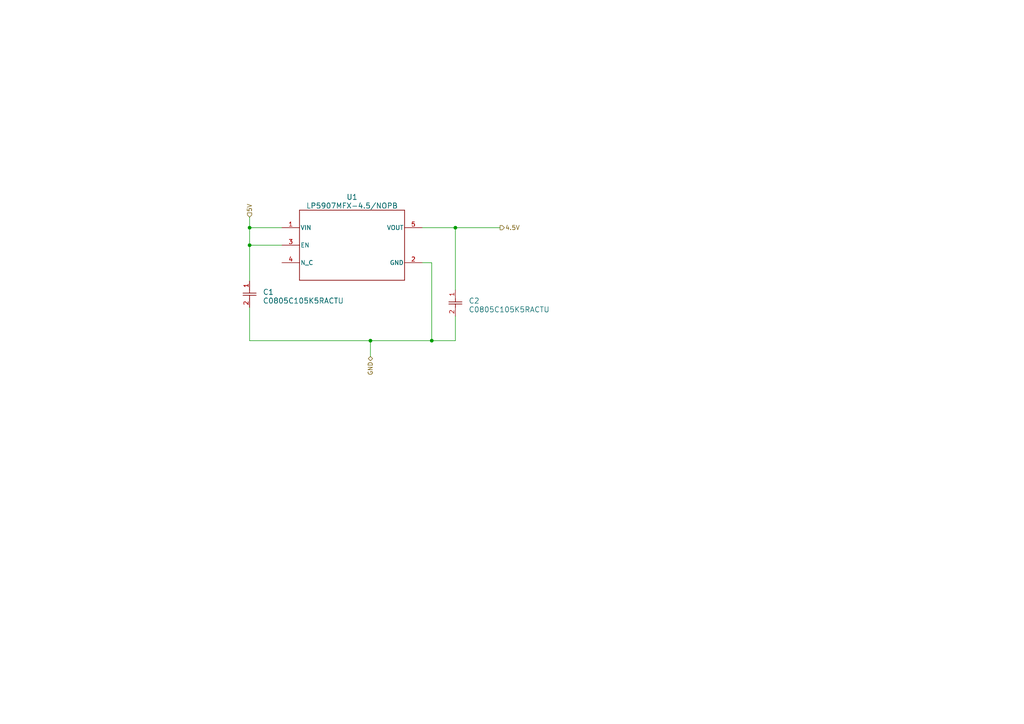
<source format=kicad_sch>
(kicad_sch (version 20230121) (generator eeschema)

  (uuid e8f5bb36-22a3-4b5f-a9c1-12a45a6a1b8b)

  (paper "A4")

  (lib_symbols
    (symbol "1uf_cap:C0805C105K5RACTU" (pin_names (offset 0.254)) (in_bom yes) (on_board yes)
      (property "Reference" "C" (at 3.81 3.81 0)
        (effects (font (size 1.524 1.524)))
      )
      (property "Value" "C0805C105K5RACTU" (at 3.81 -3.81 0)
        (effects (font (size 1.524 1.524)))
      )
      (property "Footprint" "CAPC220145_140N_KEM" (at 0 0 0)
        (effects (font (size 1.27 1.27) italic) hide)
      )
      (property "Datasheet" "C0805C105K5RACTU" (at 0 0 0)
        (effects (font (size 1.27 1.27) italic) hide)
      )
      (property "ki_locked" "" (at 0 0 0)
        (effects (font (size 1.27 1.27)))
      )
      (property "ki_keywords" "C0805C105K5RACTU" (at 0 0 0)
        (effects (font (size 1.27 1.27)) hide)
      )
      (property "ki_fp_filters" "CAPC220145_140N_KEM CAPC220145_140N_KEM-M CAPC220145_140N_KEM-L" (at 0 0 0)
        (effects (font (size 1.27 1.27)) hide)
      )
      (symbol "C0805C105K5RACTU_1_1"
        (polyline
          (pts
            (xy 2.54 0)
            (xy 3.4798 0)
          )
          (stroke (width 0.2032) (type default))
          (fill (type none))
        )
        (polyline
          (pts
            (xy 3.4798 -1.905)
            (xy 3.4798 1.905)
          )
          (stroke (width 0.2032) (type default))
          (fill (type none))
        )
        (polyline
          (pts
            (xy 4.1148 -1.905)
            (xy 4.1148 1.905)
          )
          (stroke (width 0.2032) (type default))
          (fill (type none))
        )
        (polyline
          (pts
            (xy 4.1148 0)
            (xy 5.08 0)
          )
          (stroke (width 0.2032) (type default))
          (fill (type none))
        )
        (pin unspecified line (at 0 0 0) (length 2.54)
          (name "" (effects (font (size 1.27 1.27))))
          (number "1" (effects (font (size 1.27 1.27))))
        )
        (pin unspecified line (at 7.62 0 180) (length 2.54)
          (name "" (effects (font (size 1.27 1.27))))
          (number "2" (effects (font (size 1.27 1.27))))
        )
      )
      (symbol "C0805C105K5RACTU_1_2"
        (polyline
          (pts
            (xy -1.905 -4.1148)
            (xy 1.905 -4.1148)
          )
          (stroke (width 0.2032) (type default))
          (fill (type none))
        )
        (polyline
          (pts
            (xy -1.905 -3.4798)
            (xy 1.905 -3.4798)
          )
          (stroke (width 0.2032) (type default))
          (fill (type none))
        )
        (polyline
          (pts
            (xy 0 -4.1148)
            (xy 0 -5.08)
          )
          (stroke (width 0.2032) (type default))
          (fill (type none))
        )
        (polyline
          (pts
            (xy 0 -2.54)
            (xy 0 -3.4798)
          )
          (stroke (width 0.2032) (type default))
          (fill (type none))
        )
        (pin unspecified line (at 0 0 270) (length 2.54)
          (name "" (effects (font (size 1.27 1.27))))
          (number "1" (effects (font (size 1.27 1.27))))
        )
        (pin unspecified line (at 0 -7.62 90) (length 2.54)
          (name "" (effects (font (size 1.27 1.27))))
          (number "2" (effects (font (size 1.27 1.27))))
        )
      )
    )
    (symbol "LP5097MFX:LP5907MFX-4.5_NOPB" (pin_names (offset 0.254)) (in_bom yes) (on_board yes)
      (property "Reference" "U" (at 0 2.54 0)
        (effects (font (size 1.524 1.524)))
      )
      (property "Value" "LP5907MFX-4.5/NOPB" (at 0 0 0)
        (effects (font (size 1.524 1.524)))
      )
      (property "Footprint" "DBV0005A_N" (at 0 0 0)
        (effects (font (size 1.27 1.27) italic) hide)
      )
      (property "Datasheet" "LP5907MFX-4.5/NOPB" (at 0 0 0)
        (effects (font (size 1.27 1.27) italic) hide)
      )
      (property "ki_locked" "" (at 0 0 0)
        (effects (font (size 1.27 1.27)))
      )
      (property "ki_keywords" "LP5907MFX-4.5/NOPB" (at 0 0 0)
        (effects (font (size 1.27 1.27)) hide)
      )
      (property "ki_fp_filters" "DBV0005A_N DBV0005A_M DBV0005A_L" (at 0 0 0)
        (effects (font (size 1.27 1.27)) hide)
      )
      (symbol "LP5907MFX-4.5_NOPB_0_1"
        (polyline
          (pts
            (xy -15.24 -10.16)
            (xy 15.24 -10.16)
          )
          (stroke (width 0.2032) (type default))
          (fill (type none))
        )
        (polyline
          (pts
            (xy -15.24 10.16)
            (xy -15.24 -10.16)
          )
          (stroke (width 0.2032) (type default))
          (fill (type none))
        )
        (polyline
          (pts
            (xy 15.24 -10.16)
            (xy 15.24 10.16)
          )
          (stroke (width 0.2032) (type default))
          (fill (type none))
        )
        (polyline
          (pts
            (xy 15.24 10.16)
            (xy -15.24 10.16)
          )
          (stroke (width 0.2032) (type default))
          (fill (type none))
        )
        (pin power_in line (at -20.32 5.08 0) (length 5.08)
          (name "VIN" (effects (font (size 1.27 1.27))))
          (number "1" (effects (font (size 1.27 1.27))))
        )
        (pin power_in line (at 20.32 -5.08 180) (length 5.08)
          (name "GND" (effects (font (size 1.27 1.27))))
          (number "2" (effects (font (size 1.27 1.27))))
        )
        (pin input line (at -20.32 0 0) (length 5.08)
          (name "EN" (effects (font (size 1.27 1.27))))
          (number "3" (effects (font (size 1.27 1.27))))
        )
        (pin unspecified line (at -20.32 -5.08 0) (length 5.08)
          (name "N_C" (effects (font (size 1.27 1.27))))
          (number "4" (effects (font (size 1.27 1.27))))
        )
        (pin power_in line (at 20.32 5.08 180) (length 5.08)
          (name "VOUT" (effects (font (size 1.27 1.27))))
          (number "5" (effects (font (size 1.27 1.27))))
        )
      )
    )
  )

  (junction (at 132.08 66.04) (diameter 0) (color 0 0 0 0)
    (uuid 113836d1-d0a8-40ad-a6a1-63ef11fbb568)
  )
  (junction (at 125.222 98.806) (diameter 0) (color 0 0 0 0)
    (uuid 47ad3cf8-924c-45bc-a534-b29c1a6ee954)
  )
  (junction (at 72.39 66.04) (diameter 0) (color 0 0 0 0)
    (uuid 50dc1f72-2ac1-4a54-82dd-0130e713071a)
  )
  (junction (at 107.442 98.806) (diameter 0) (color 0 0 0 0)
    (uuid 8906c021-9dea-4917-8a6c-a34de7aaa485)
  )
  (junction (at 72.39 71.12) (diameter 0) (color 0 0 0 0)
    (uuid a75dac0a-1175-4b2a-bfec-90fc9e58043e)
  )

  (wire (pts (xy 132.08 66.04) (xy 145.034 66.04))
    (stroke (width 0) (type default))
    (uuid 0e723c58-0087-4054-84b2-4b95b11c241b)
  )
  (wire (pts (xy 107.442 98.806) (xy 125.222 98.806))
    (stroke (width 0) (type default))
    (uuid 10ed7cac-d874-48f9-9373-9eb3a8b592b6)
  )
  (wire (pts (xy 132.08 66.04) (xy 132.08 84.074))
    (stroke (width 0) (type default))
    (uuid 18102a70-4774-42fd-9f24-0c7112041c80)
  )
  (wire (pts (xy 72.39 66.04) (xy 81.788 66.04))
    (stroke (width 0) (type default))
    (uuid 1b265c8a-feb9-4a08-a544-dc9ab23926e8)
  )
  (wire (pts (xy 72.39 66.04) (xy 72.39 71.12))
    (stroke (width 0) (type default))
    (uuid 23cbfb43-b741-4432-9dd6-3e1d28155c87)
  )
  (wire (pts (xy 125.222 98.806) (xy 132.08 98.806))
    (stroke (width 0) (type default))
    (uuid 296a0e99-5c9a-47e0-94e7-e4b89da6efc1)
  )
  (wire (pts (xy 107.442 98.806) (xy 107.442 103.378))
    (stroke (width 0) (type default))
    (uuid 79c6e504-6a8b-4cd3-860f-25e1ef88838a)
  )
  (wire (pts (xy 125.222 76.2) (xy 125.222 98.806))
    (stroke (width 0) (type default))
    (uuid 84a416ad-10cc-4ca4-913e-2ae3c50224bf)
  )
  (wire (pts (xy 72.39 89.154) (xy 72.39 98.806))
    (stroke (width 0) (type default))
    (uuid 92610c38-1537-43d9-b5c0-a9576b20e170)
  )
  (wire (pts (xy 122.428 66.04) (xy 132.08 66.04))
    (stroke (width 0) (type default))
    (uuid 968f4747-f135-430d-b806-95fd91e834c9)
  )
  (wire (pts (xy 72.39 62.992) (xy 72.39 66.04))
    (stroke (width 0) (type default))
    (uuid afb45f04-ee25-4b0b-972a-69002ff4ebc6)
  )
  (wire (pts (xy 72.136 66.04) (xy 72.39 66.04))
    (stroke (width 0) (type default))
    (uuid c470af72-44f0-4722-91c0-8e526cb0a284)
  )
  (wire (pts (xy 107.442 98.806) (xy 72.39 98.806))
    (stroke (width 0) (type default))
    (uuid c90dbd77-96e3-4437-8a3d-4ccffc9ac88b)
  )
  (wire (pts (xy 72.39 71.12) (xy 72.39 81.534))
    (stroke (width 0) (type default))
    (uuid d2a4aefd-a1a7-4e30-b36a-1f6a9752cfe5)
  )
  (wire (pts (xy 72.39 71.12) (xy 81.788 71.12))
    (stroke (width 0) (type default))
    (uuid d40d16e0-88f5-48bb-b439-928aeee31938)
  )
  (wire (pts (xy 125.222 76.2) (xy 122.428 76.2))
    (stroke (width 0) (type default))
    (uuid d722f7c1-a433-43e4-a5ac-50557470c077)
  )
  (wire (pts (xy 132.08 91.694) (xy 132.08 98.806))
    (stroke (width 0) (type default))
    (uuid f0d8f494-b28c-43c9-b10a-4be36106e38a)
  )

  (hierarchical_label "GND" (shape bidirectional) (at 107.442 103.378 270) (fields_autoplaced)
    (effects (font (size 1.27 1.27)) (justify right))
    (uuid 3eabba20-aaaf-40be-a1c6-86887b965b0c)
  )
  (hierarchical_label "5V" (shape input) (at 72.39 62.992 90) (fields_autoplaced)
    (effects (font (size 1.27 1.27)) (justify left))
    (uuid 5026179d-3f82-46f0-8773-e66ab0958a8c)
  )
  (hierarchical_label "4.5V" (shape output) (at 145.034 66.04 0) (fields_autoplaced)
    (effects (font (size 1.27 1.27)) (justify left))
    (uuid 949fa585-cca5-4444-8058-ac2db79308ef)
  )

  (symbol (lib_id "1uf_cap:C0805C105K5RACTU") (at 132.08 84.074 270) (unit 1)
    (in_bom yes) (on_board yes) (dnp no) (fields_autoplaced)
    (uuid 757a0fff-bc0b-421f-a7b8-95aa8f1748ab)
    (property "Reference" "C2" (at 135.89 87.249 90)
      (effects (font (size 1.524 1.524)) (justify left))
    )
    (property "Value" "C0805C105K5RACTU" (at 135.89 89.789 90)
      (effects (font (size 1.524 1.524)) (justify left))
    )
    (property "Footprint" "kemet_1uf:CAPC220145_140N_KEM" (at 132.08 84.074 0)
      (effects (font (size 1.27 1.27) italic) hide)
    )
    (property "Datasheet" "C0805C105K5RACTU" (at 132.08 84.074 0)
      (effects (font (size 1.27 1.27) italic) hide)
    )
    (pin "1" (uuid 4f6214bd-2919-4ff0-a0bd-f2c6330312df))
    (pin "2" (uuid ae244e6c-7ab8-4bc0-b34a-8cd9ae107a18))
    (instances
      (project "Air quality project"
        (path "/67b6672b-0c15-41a5-a844-17aa721018b8/947a762f-73bd-4513-b943-fcd476f4ba35"
          (reference "C2") (unit 1)
        )
      )
    )
  )

  (symbol (lib_id "LP5097MFX:LP5907MFX-4.5_NOPB") (at 102.108 71.12 0) (unit 1)
    (in_bom yes) (on_board yes) (dnp no) (fields_autoplaced)
    (uuid c5b55ef6-20c5-4d03-8e2a-cd76f2e28f6d)
    (property "Reference" "U1" (at 102.108 57.15 0)
      (effects (font (size 1.524 1.524)))
    )
    (property "Value" "LP5907MFX-4.5/NOPB" (at 102.108 59.69 0)
      (effects (font (size 1.524 1.524)))
    )
    (property "Footprint" "LP5907MFX-4.5:DBV0005A_L" (at 102.108 71.12 0)
      (effects (font (size 1.27 1.27) italic) hide)
    )
    (property "Datasheet" "LP5907MFX-4.5/NOPB" (at 102.108 71.12 0)
      (effects (font (size 1.27 1.27) italic) hide)
    )
    (pin "1" (uuid 516a4623-1922-46b4-97f5-099d0b91600f))
    (pin "2" (uuid 39335735-a231-4c97-a683-ba55b6cd221d))
    (pin "3" (uuid cd55dc68-bcbb-424f-86f6-7f2b378fd25a))
    (pin "4" (uuid 900943a9-7215-41f0-a03b-d6e44dbffb31))
    (pin "5" (uuid 05570974-d2dd-49db-8e6f-ad30aca3f876))
    (instances
      (project "Air quality project"
        (path "/67b6672b-0c15-41a5-a844-17aa721018b8/947a762f-73bd-4513-b943-fcd476f4ba35"
          (reference "U1") (unit 1)
        )
      )
    )
  )

  (symbol (lib_id "1uf_cap:C0805C105K5RACTU") (at 72.39 81.534 270) (unit 1)
    (in_bom yes) (on_board yes) (dnp no) (fields_autoplaced)
    (uuid f0cf0443-59cf-4c8c-a1b4-74c1e22974e5)
    (property "Reference" "C1" (at 76.2 84.709 90)
      (effects (font (size 1.524 1.524)) (justify left))
    )
    (property "Value" "C0805C105K5RACTU" (at 76.2 87.249 90)
      (effects (font (size 1.524 1.524)) (justify left))
    )
    (property "Footprint" "kemet_1uf:CAPC220145_140N_KEM" (at 72.39 81.534 0)
      (effects (font (size 1.27 1.27) italic) hide)
    )
    (property "Datasheet" "C0805C105K5RACTU" (at 72.39 81.534 0)
      (effects (font (size 1.27 1.27) italic) hide)
    )
    (pin "1" (uuid db1b296d-78e9-43c2-ba8e-f5c6a5d419d6))
    (pin "2" (uuid 3da2d843-bf9b-4be6-aba6-78bd462099d5))
    (instances
      (project "Air quality project"
        (path "/67b6672b-0c15-41a5-a844-17aa721018b8/947a762f-73bd-4513-b943-fcd476f4ba35"
          (reference "C1") (unit 1)
        )
      )
    )
  )
)

</source>
